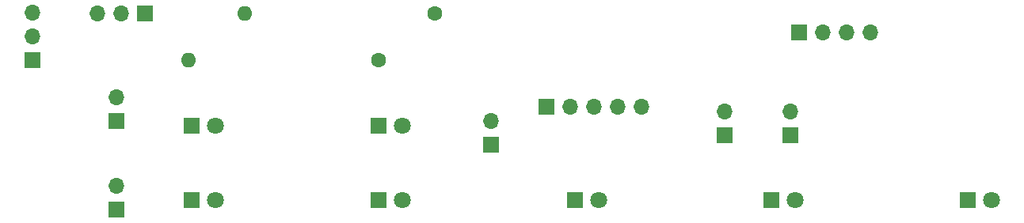
<source format=gbr>
%TF.GenerationSoftware,KiCad,Pcbnew,(5.1.9)-1*%
%TF.CreationDate,2021-03-26T23:06:09+01:00*%
%TF.ProjectId,jarduino2_ihm,6a617264-7569-46e6-9f32-5f69686d2e6b,rev?*%
%TF.SameCoordinates,Original*%
%TF.FileFunction,Soldermask,Bot*%
%TF.FilePolarity,Negative*%
%FSLAX46Y46*%
G04 Gerber Fmt 4.6, Leading zero omitted, Abs format (unit mm)*
G04 Created by KiCad (PCBNEW (5.1.9)-1) date 2021-03-26 23:06:09*
%MOMM*%
%LPD*%
G01*
G04 APERTURE LIST*
%ADD10O,1.700000X1.700000*%
%ADD11R,1.700000X1.700000*%
%ADD12O,1.600000X1.600000*%
%ADD13C,1.600000*%
%ADD14C,1.800000*%
%ADD15R,1.800000X1.800000*%
G04 APERTURE END LIST*
D10*
%TO.C,J4*%
X190620000Y-100000000D03*
X188080000Y-100000000D03*
X185540000Y-100000000D03*
D11*
X183000000Y-100000000D03*
%TD*%
D10*
%TO.C,SW5*%
X182000000Y-108460000D03*
D11*
X182000000Y-111000000D03*
%TD*%
D10*
%TO.C,SW4*%
X175000000Y-108460000D03*
D11*
X175000000Y-111000000D03*
%TD*%
D10*
%TO.C,SW3*%
X150000000Y-109460000D03*
D11*
X150000000Y-112000000D03*
%TD*%
D10*
%TO.C,SW2*%
X110000000Y-107000000D03*
D11*
X110000000Y-109540000D03*
%TD*%
D10*
%TO.C,SW1*%
X110000000Y-116460000D03*
D11*
X110000000Y-119000000D03*
%TD*%
D12*
%TO.C,R2*%
X123680000Y-98000000D03*
D13*
X144000000Y-98000000D03*
%TD*%
D12*
%TO.C,R1*%
X117680000Y-103000000D03*
D13*
X138000000Y-103000000D03*
%TD*%
D10*
%TO.C,J3*%
X166160000Y-108000000D03*
X163620000Y-108000000D03*
X161080000Y-108000000D03*
X158540000Y-108000000D03*
D11*
X156000000Y-108000000D03*
%TD*%
D10*
%TO.C,J2*%
X107920000Y-98000000D03*
X110460000Y-98000000D03*
D11*
X113000000Y-98000000D03*
%TD*%
D10*
%TO.C,J1*%
X101000000Y-97920000D03*
X101000000Y-100460000D03*
D11*
X101000000Y-103000000D03*
%TD*%
D14*
%TO.C,D7*%
X203540000Y-118000000D03*
D15*
X201000000Y-118000000D03*
%TD*%
D14*
%TO.C,D6*%
X182540000Y-118000000D03*
D15*
X180000000Y-118000000D03*
%TD*%
D14*
%TO.C,D5*%
X161540000Y-118000000D03*
D15*
X159000000Y-118000000D03*
%TD*%
D14*
%TO.C,D4*%
X140540000Y-118000000D03*
D15*
X138000000Y-118000000D03*
%TD*%
D14*
%TO.C,D3*%
X120540000Y-118000000D03*
D15*
X118000000Y-118000000D03*
%TD*%
D14*
%TO.C,D2*%
X140540000Y-110000000D03*
D15*
X138000000Y-110000000D03*
%TD*%
D14*
%TO.C,D1*%
X120540000Y-110000000D03*
D15*
X118000000Y-110000000D03*
%TD*%
M02*

</source>
